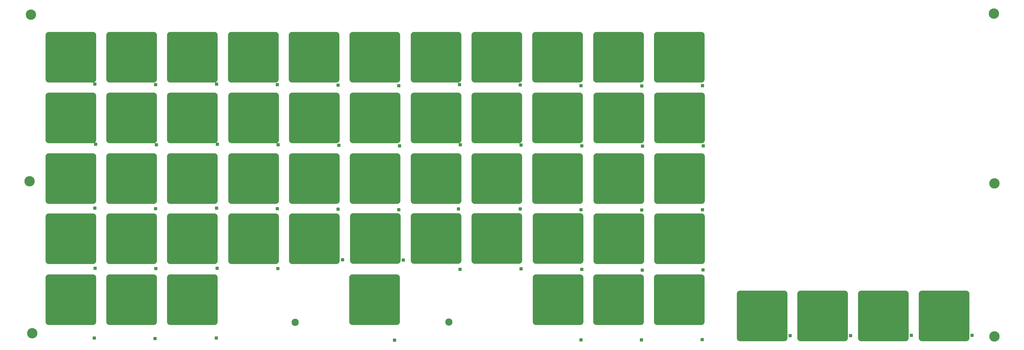
<source format=gbr>
G04 #@! TF.GenerationSoftware,KiCad,Pcbnew,(6.0.7)*
G04 #@! TF.CreationDate,2022-12-01T23:42:20-08:00*
G04 #@! TF.ProjectId,openot rev2,6f70656e-6f74-4207-9265-76322e6b6963,rev?*
G04 #@! TF.SameCoordinates,Original*
G04 #@! TF.FileFunction,Soldermask,Bot*
G04 #@! TF.FilePolarity,Negative*
%FSLAX46Y46*%
G04 Gerber Fmt 4.6, Leading zero omitted, Abs format (unit mm)*
G04 Created by KiCad (PCBNEW (6.0.7)) date 2022-12-01 23:42:20*
%MOMM*%
%LPD*%
G01*
G04 APERTURE LIST*
G04 Aperture macros list*
%AMRoundRect*
0 Rectangle with rounded corners*
0 $1 Rounding radius*
0 $2 $3 $4 $5 $6 $7 $8 $9 X,Y pos of 4 corners*
0 Add a 4 corners polygon primitive as box body*
4,1,4,$2,$3,$4,$5,$6,$7,$8,$9,$2,$3,0*
0 Add four circle primitives for the rounded corners*
1,1,$1+$1,$2,$3*
1,1,$1+$1,$4,$5*
1,1,$1+$1,$6,$7*
1,1,$1+$1,$8,$9*
0 Add four rect primitives between the rounded corners*
20,1,$1+$1,$2,$3,$4,$5,0*
20,1,$1+$1,$4,$5,$6,$7,0*
20,1,$1+$1,$6,$7,$8,$9,0*
20,1,$1+$1,$8,$9,$2,$3,0*%
G04 Aperture macros list end*
%ADD10RoundRect,1.059000X6.992000X6.992000X-6.992000X6.992000X-6.992000X-6.992000X6.992000X-6.992000X0*%
%ADD11RoundRect,0.051000X0.425000X-0.425000X0.425000X0.425000X-0.425000X0.425000X-0.425000X-0.425000X0*%
%ADD12C,3.302000*%
%ADD13C,2.302000*%
G04 APERTURE END LIST*
D10*
X155053800Y-133693600D03*
D11*
X183400000Y-159572183D03*
D10*
X116288533Y-95022285D03*
D12*
X371053483Y-81170234D03*
D10*
X116268000Y-172200000D03*
D11*
X85437267Y-162190298D03*
D10*
X232396800Y-133693600D03*
D11*
X239869267Y-143561315D03*
D13*
X197857667Y-179339132D03*
D11*
X162623000Y-103964817D03*
D10*
X232574600Y-172200000D03*
X193793667Y-152756115D03*
D12*
X371256683Y-135221434D03*
D11*
X85564267Y-122769498D03*
X239813600Y-184990817D03*
X85280000Y-103620000D03*
X181957267Y-143561315D03*
D10*
X77710800Y-114389600D03*
X174357800Y-114389600D03*
X174180000Y-172200000D03*
D11*
X278604267Y-162698298D03*
X143349267Y-143216498D03*
X104868267Y-122896498D03*
X164020000Y-159500000D03*
D10*
X271081000Y-172200000D03*
D11*
X201393134Y-162496830D03*
D10*
X77680533Y-95022285D03*
X135749800Y-114389600D03*
D11*
X85310267Y-143089498D03*
D10*
X96964000Y-172200000D03*
D11*
X123888000Y-184392000D03*
X220535000Y-103874000D03*
D12*
X64577083Y-134510234D03*
D11*
X364095800Y-183539182D03*
X220819267Y-123023498D03*
D10*
X97014800Y-133693600D03*
X116318800Y-152794400D03*
X77710800Y-152794400D03*
D11*
X104457000Y-184519000D03*
D10*
X251827800Y-152794400D03*
X97014800Y-152794400D03*
D11*
X162653267Y-143434315D03*
X85153000Y-184392000D03*
D12*
X65034283Y-81475034D03*
D10*
X174489667Y-152756115D03*
D11*
X344791800Y-183539182D03*
D10*
X355205801Y-177330801D03*
X193758533Y-95022285D03*
D11*
X306260000Y-183630000D03*
X278447000Y-104128000D03*
D10*
X155023533Y-95022285D03*
D11*
X278731267Y-123277498D03*
D10*
X232396800Y-114389600D03*
X193788800Y-114389600D03*
D11*
X220565267Y-143343498D03*
X124172267Y-162190298D03*
X124015000Y-103620000D03*
D10*
X193788800Y-133693600D03*
D11*
X240123267Y-123241315D03*
D10*
X135719533Y-95022285D03*
X135749800Y-152794400D03*
X251827800Y-114389600D03*
X116318800Y-114389600D03*
X271131800Y-114389600D03*
X271101533Y-95022285D03*
D11*
X325487801Y-183629999D03*
X143603267Y-122896498D03*
X259143000Y-104218817D03*
D10*
X232366533Y-95022285D03*
D11*
X143319000Y-103747000D03*
D10*
X232528667Y-152756115D03*
X271131800Y-152794400D03*
D11*
X239839000Y-104091817D03*
X104614267Y-143216498D03*
X259300267Y-162789115D03*
D10*
X116318800Y-133693600D03*
D11*
X104584000Y-103747000D03*
X201231000Y-103747000D03*
D10*
X155053800Y-114389600D03*
X174327533Y-95022285D03*
X335901801Y-177330801D03*
D11*
X182211267Y-123241315D03*
X278477267Y-143597498D03*
X201515267Y-122896498D03*
X240128134Y-162496830D03*
X124045267Y-143089498D03*
X143476267Y-162317298D03*
X124299267Y-122769498D03*
D10*
X135749800Y-133693600D03*
X316597800Y-177330801D03*
X213097667Y-152756115D03*
X213062533Y-95022285D03*
D11*
X181927000Y-104091817D03*
D10*
X251777000Y-172200000D03*
X96984533Y-95022285D03*
X77660000Y-172200000D03*
X297370000Y-177330800D03*
D11*
X278320000Y-184900000D03*
X220824134Y-162369830D03*
D12*
X65389883Y-182871834D03*
D11*
X200900000Y-143322183D03*
D10*
X251827800Y-133693600D03*
X174357800Y-133693600D03*
X97014800Y-114389600D03*
D11*
X259016000Y-184990817D03*
X259427267Y-123368315D03*
D10*
X271131800Y-133693600D03*
X213092800Y-114389600D03*
X155053800Y-152794400D03*
D11*
X104741267Y-162317298D03*
D10*
X77710800Y-133693600D03*
D11*
X162907267Y-123114315D03*
D13*
X149013467Y-179364532D03*
D11*
X259173267Y-143688315D03*
X180580800Y-185029102D03*
D10*
X251797533Y-95022285D03*
D12*
X371205883Y-183887834D03*
D10*
X213092800Y-133693600D03*
G36*
X220594753Y-122309729D02*
G01*
X220594054Y-122311385D01*
X220542646Y-122355158D01*
X220522561Y-122421437D01*
X220541499Y-122488057D01*
X220593501Y-122533910D01*
X220645900Y-122545546D01*
X220647374Y-122546897D01*
X220646940Y-122548850D01*
X220645466Y-122549498D01*
X220394466Y-122549498D01*
X220375529Y-122553265D01*
X220359647Y-122563878D01*
X220350794Y-122577126D01*
X220349000Y-122578011D01*
X220347337Y-122576900D01*
X220347139Y-122576193D01*
X220341241Y-122510287D01*
X220298753Y-122455593D01*
X220233219Y-122432474D01*
X220217902Y-122432619D01*
X220212670Y-122432999D01*
X220210870Y-122432127D01*
X220210725Y-122430132D01*
X220212130Y-122429043D01*
X220393837Y-122392404D01*
X220584279Y-122313130D01*
X220591644Y-122308200D01*
X220593640Y-122308068D01*
X220594753Y-122309729D01*
G37*
G36*
X201597124Y-122057195D02*
G01*
X201596856Y-122058822D01*
X201596852Y-122058828D01*
X201596603Y-122059132D01*
X201453053Y-122202934D01*
X201453272Y-122203153D01*
X201453791Y-122205085D01*
X201453411Y-122205830D01*
X201419142Y-122248012D01*
X201411466Y-122316846D01*
X201442222Y-122378899D01*
X201501790Y-122414561D01*
X201532766Y-122418514D01*
X201534358Y-122419725D01*
X201534105Y-122421709D01*
X201532513Y-122422498D01*
X201090466Y-122422498D01*
X201071529Y-122426265D01*
X201055647Y-122436878D01*
X201045034Y-122452760D01*
X201041267Y-122471697D01*
X201041267Y-122555915D01*
X201040267Y-122557647D01*
X201038267Y-122557647D01*
X201037348Y-122556478D01*
X201017671Y-122489463D01*
X200965298Y-122444082D01*
X200905985Y-122433413D01*
X200904457Y-122432123D01*
X200904811Y-122430154D01*
X200905944Y-122429484D01*
X201089837Y-122392404D01*
X201280279Y-122313130D01*
X201451707Y-122198370D01*
X201593778Y-122056299D01*
X201595710Y-122055781D01*
X201597124Y-122057195D01*
G37*
G36*
X104823124Y-122057195D02*
G01*
X104822856Y-122058822D01*
X104822852Y-122058828D01*
X104822603Y-122059132D01*
X104679052Y-122202935D01*
X104679270Y-122203153D01*
X104679789Y-122205084D01*
X104679409Y-122205829D01*
X104645137Y-122248026D01*
X104637469Y-122316859D01*
X104668231Y-122378910D01*
X104727803Y-122414566D01*
X104758758Y-122418514D01*
X104760350Y-122419725D01*
X104760097Y-122421709D01*
X104758505Y-122422498D01*
X104443466Y-122422498D01*
X104424529Y-122426265D01*
X104408647Y-122436878D01*
X104398034Y-122452760D01*
X104394267Y-122471697D01*
X104394267Y-122531616D01*
X104393267Y-122533348D01*
X104391267Y-122533348D01*
X104390348Y-122532179D01*
X104370671Y-122465164D01*
X104318328Y-122419809D01*
X104249525Y-122409917D01*
X104243261Y-122411119D01*
X104241372Y-122410464D01*
X104240994Y-122408499D01*
X104242489Y-122407194D01*
X104315837Y-122392404D01*
X104506279Y-122313130D01*
X104677707Y-122198370D01*
X104819778Y-122056299D01*
X104821710Y-122055781D01*
X104823124Y-122057195D01*
G37*
G36*
X143558124Y-122057195D02*
G01*
X143557856Y-122058822D01*
X143557852Y-122058828D01*
X143557603Y-122059132D01*
X143414052Y-122202935D01*
X143414270Y-122203153D01*
X143414789Y-122205084D01*
X143414409Y-122205829D01*
X143380137Y-122248026D01*
X143372469Y-122316859D01*
X143403231Y-122378910D01*
X143462803Y-122414566D01*
X143493758Y-122418514D01*
X143495350Y-122419725D01*
X143495097Y-122421709D01*
X143493505Y-122422498D01*
X143178466Y-122422498D01*
X143159529Y-122426265D01*
X143143647Y-122436878D01*
X143133034Y-122452760D01*
X143129267Y-122471697D01*
X143129267Y-122531616D01*
X143128267Y-122533348D01*
X143126267Y-122533348D01*
X143125348Y-122532179D01*
X143105671Y-122465164D01*
X143053328Y-122419809D01*
X142984525Y-122409917D01*
X142978261Y-122411119D01*
X142976372Y-122410464D01*
X142975994Y-122408499D01*
X142977489Y-122407194D01*
X143050837Y-122392404D01*
X143241279Y-122313130D01*
X143412707Y-122198370D01*
X143554778Y-122056299D01*
X143556710Y-122055781D01*
X143558124Y-122057195D01*
G37*
G36*
X124127126Y-122057193D02*
G01*
X124126858Y-122058820D01*
X124126854Y-122058826D01*
X124126605Y-122059130D01*
X124104375Y-122081399D01*
X124071093Y-122142478D01*
X124076096Y-122211556D01*
X124117648Y-122266963D01*
X124182809Y-122291200D01*
X124191265Y-122291499D01*
X124192960Y-122292560D01*
X124192890Y-122294559D01*
X124191194Y-122295498D01*
X123874466Y-122295498D01*
X123855529Y-122299265D01*
X123839647Y-122309878D01*
X123829034Y-122325760D01*
X123825267Y-122344697D01*
X123825267Y-122499796D01*
X123824267Y-122501528D01*
X123822267Y-122501528D01*
X123821348Y-122500359D01*
X123801671Y-122433344D01*
X123749328Y-122387989D01*
X123680619Y-122378110D01*
X123663672Y-122383007D01*
X123663299Y-122382915D01*
X123638781Y-122388824D01*
X123636862Y-122388258D01*
X123636394Y-122386314D01*
X123637543Y-122385034D01*
X123810279Y-122313130D01*
X123981707Y-122198370D01*
X124123780Y-122056297D01*
X124125712Y-122055779D01*
X124127126Y-122057193D01*
G37*
G36*
X85519124Y-122057195D02*
G01*
X85518856Y-122058822D01*
X85518852Y-122058828D01*
X85518603Y-122059132D01*
X85496377Y-122081397D01*
X85463094Y-122142475D01*
X85468095Y-122211553D01*
X85509647Y-122266961D01*
X85574807Y-122291199D01*
X85583293Y-122291499D01*
X85584988Y-122292560D01*
X85584918Y-122294558D01*
X85583222Y-122295498D01*
X85235201Y-122295498D01*
X85233469Y-122294498D01*
X85233469Y-122292498D01*
X85234088Y-122291836D01*
X85373707Y-122198370D01*
X85515778Y-122056299D01*
X85517710Y-122055781D01*
X85519124Y-122057195D01*
G37*
G36*
X104277018Y-103027834D02*
G01*
X104277414Y-103029795D01*
X104276515Y-103030891D01*
X104224100Y-103061048D01*
X104192272Y-103122558D01*
X104198751Y-103191513D01*
X104241465Y-103245996D01*
X104313537Y-103269095D01*
X104314882Y-103270576D01*
X104314271Y-103272481D01*
X104312927Y-103273000D01*
X104159199Y-103273000D01*
X104140262Y-103276767D01*
X104129267Y-103284114D01*
X104127271Y-103284245D01*
X104126160Y-103282582D01*
X104126493Y-103281340D01*
X104135709Y-103267548D01*
X104135389Y-103267334D01*
X104134505Y-103265540D01*
X104134966Y-103264389D01*
X104153090Y-103242700D01*
X104161717Y-103173982D01*
X104131823Y-103111508D01*
X104072791Y-103075048D01*
X104041440Y-103071977D01*
X104039814Y-103070813D01*
X104040009Y-103068823D01*
X104041534Y-103067990D01*
X104083297Y-103065875D01*
X104275123Y-103027196D01*
X104277018Y-103027834D01*
G37*
G36*
X143012018Y-103027834D02*
G01*
X143012414Y-103029795D01*
X143011515Y-103030891D01*
X142959100Y-103061048D01*
X142927272Y-103122558D01*
X142933751Y-103191513D01*
X142976465Y-103245996D01*
X143048537Y-103269095D01*
X143049882Y-103270576D01*
X143049271Y-103272481D01*
X143047927Y-103273000D01*
X142894199Y-103273000D01*
X142875262Y-103276767D01*
X142864267Y-103284114D01*
X142862271Y-103284245D01*
X142861160Y-103282582D01*
X142861493Y-103281340D01*
X142870709Y-103267548D01*
X142870389Y-103267334D01*
X142869505Y-103265540D01*
X142869966Y-103264389D01*
X142888090Y-103242700D01*
X142896717Y-103173982D01*
X142866823Y-103111508D01*
X142807791Y-103075048D01*
X142776440Y-103071977D01*
X142774814Y-103070813D01*
X142775009Y-103068823D01*
X142776534Y-103067990D01*
X142818297Y-103065875D01*
X143010123Y-103027196D01*
X143012018Y-103027834D01*
G37*
G36*
X201051019Y-103027834D02*
G01*
X201051415Y-103029795D01*
X201050516Y-103030891D01*
X200998100Y-103061048D01*
X200966272Y-103122559D01*
X200972752Y-103191513D01*
X201015467Y-103245996D01*
X201087538Y-103269095D01*
X201088883Y-103270576D01*
X201088272Y-103272481D01*
X201086928Y-103273000D01*
X200806199Y-103273000D01*
X200787262Y-103276767D01*
X200776267Y-103284114D01*
X200774271Y-103284245D01*
X200773160Y-103282582D01*
X200773493Y-103281340D01*
X200783169Y-103266858D01*
X200803955Y-103200476D01*
X200785631Y-103133686D01*
X200734058Y-103087360D01*
X200680621Y-103075235D01*
X200679154Y-103073877D01*
X200679596Y-103071927D01*
X200681064Y-103071285D01*
X200750491Y-103071285D01*
X200857297Y-103065875D01*
X201049124Y-103027196D01*
X201051019Y-103027834D01*
G37*
G36*
X85272089Y-102882430D02*
G01*
X85271227Y-102884210D01*
X85222834Y-102917532D01*
X85178979Y-102971521D01*
X85171308Y-103040355D01*
X85202067Y-103102407D01*
X85261637Y-103138065D01*
X85292606Y-103142016D01*
X85294198Y-103143227D01*
X85293945Y-103145211D01*
X85292353Y-103146000D01*
X84855199Y-103146000D01*
X84836262Y-103149767D01*
X84820380Y-103160380D01*
X84809767Y-103176262D01*
X84806000Y-103195199D01*
X84806000Y-103197814D01*
X84805000Y-103199546D01*
X84803000Y-103199546D01*
X84802081Y-103198377D01*
X84782404Y-103131362D01*
X84730031Y-103085981D01*
X84672178Y-103075572D01*
X84670650Y-103074281D01*
X84670532Y-103073604D01*
X84670532Y-103073285D01*
X84671532Y-103071553D01*
X84672433Y-103071311D01*
X84672432Y-103071288D01*
X84779297Y-103065875D01*
X84981570Y-103025089D01*
X85172012Y-102945815D01*
X85268980Y-102880901D01*
X85270976Y-102880768D01*
X85272089Y-102882430D01*
G37*
G36*
X123880122Y-102882409D02*
G01*
X123879260Y-102884189D01*
X123830834Y-102917533D01*
X123786979Y-102971523D01*
X123779308Y-103040357D01*
X123810068Y-103102408D01*
X123869638Y-103138066D01*
X123900598Y-103142016D01*
X123902190Y-103143227D01*
X123901937Y-103145211D01*
X123900345Y-103146000D01*
X123590199Y-103146000D01*
X123571262Y-103149767D01*
X123555380Y-103160380D01*
X123544767Y-103176262D01*
X123540962Y-103195390D01*
X123539643Y-103196894D01*
X123539000Y-103197000D01*
X123536288Y-103197000D01*
X123534556Y-103196000D01*
X123534296Y-103195178D01*
X123529674Y-103143507D01*
X123487189Y-103088812D01*
X123421656Y-103065689D01*
X123407616Y-103065822D01*
X123405874Y-103064838D01*
X123405856Y-103062838D01*
X123407202Y-103061861D01*
X123589570Y-103025089D01*
X123780012Y-102945815D01*
X123877013Y-102880880D01*
X123879009Y-102880747D01*
X123880122Y-102882409D01*
G37*
M02*

</source>
